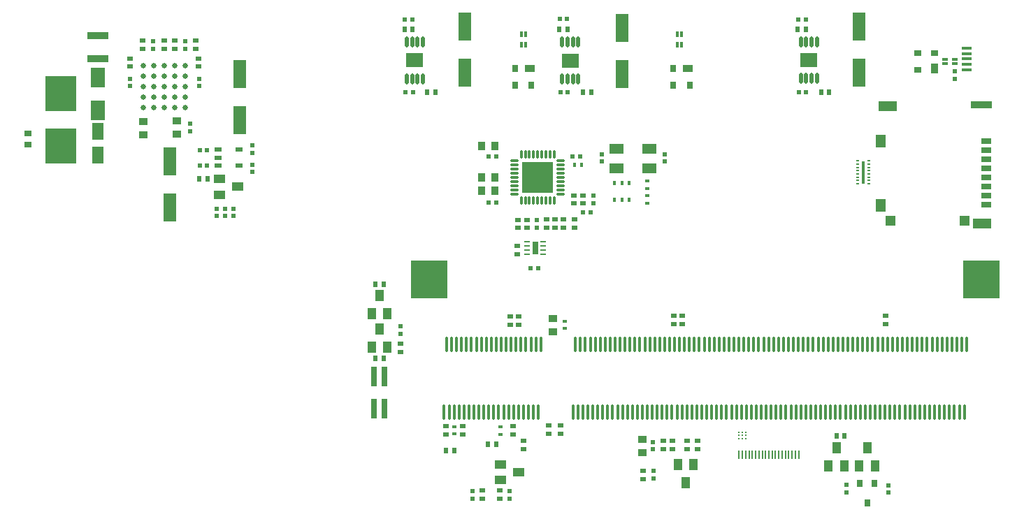
<source format=gtp>
G04*
G04 #@! TF.GenerationSoftware,Altium Limited,Altium NEXUS,2.0.15 (191)*
G04*
G04 Layer_Color=8421504*
%FSLAX25Y25*%
%MOIN*%
G70*
G01*
G75*
%ADD11R,0.02559X0.03740*%
%ADD12R,0.02441X0.02441*%
%ADD13R,0.02559X0.02165*%
%ADD14R,0.02362X0.01968*%
%ADD15R,0.03937X0.05512*%
%ADD16O,0.01378X0.07874*%
%ADD17R,0.06299X0.13780*%
%ADD18C,0.02500*%
%ADD19R,0.02953X0.09449*%
%ADD20R,0.05512X0.03937*%
%ADD21R,0.02165X0.01772*%
%ADD22R,0.01772X0.02165*%
%ADD23R,0.02165X0.02559*%
%ADD24R,0.07087X0.09449*%
%ADD25R,0.05709X0.08071*%
%ADD26R,0.03543X0.02756*%
%ADD27R,0.03937X0.03543*%
%ADD28R,0.07874X0.06693*%
%ADD29O,0.01772X0.05315*%
%ADD30R,0.02953X0.00984*%
%ADD31R,0.03071X0.05906*%
%ADD32R,0.14567X0.14567*%
%ADD33O,0.04528X0.01181*%
%ADD34O,0.01181X0.04528*%
%ADD35O,0.01968X0.00787*%
%ADD36R,0.01299X0.11024*%
%ADD37C,0.00984*%
%ADD38R,0.09843X0.03740*%
%ADD39R,0.08661X0.04528*%
%ADD40R,0.04528X0.05906*%
%ADD41R,0.04724X0.04567*%
%ADD42R,0.04921X0.04567*%
%ADD43R,0.04882X0.03150*%
%ADD44R,0.15000X0.16693*%
%ADD45R,0.03150X0.03543*%
%ADD46R,0.04724X0.03543*%
G04:AMPARAMS|DCode=47|XSize=21.65mil|YSize=31.5mil|CornerRadius=1.95mil|HoleSize=0mil|Usage=FLASHONLY|Rotation=90.000|XOffset=0mil|YOffset=0mil|HoleType=Round|Shape=RoundedRectangle|*
%AMROUNDEDRECTD47*
21,1,0.02165,0.02760,0,0,90.0*
21,1,0.01776,0.03150,0,0,90.0*
1,1,0.00390,0.01380,0.00888*
1,1,0.00390,0.01380,-0.00888*
1,1,0.00390,-0.01380,-0.00888*
1,1,0.00390,-0.01380,0.00888*
%
%ADD47ROUNDEDRECTD47*%
%ADD48R,0.10236X0.03740*%
%ADD49R,0.07087X0.04724*%
%ADD50R,0.00906X0.03937*%
%ADD51R,0.05118X0.01772*%
%ADD52R,0.02441X0.02441*%
%ADD53R,0.03543X0.03937*%
%ADD54R,0.03543X0.03150*%
%ADD55R,0.03543X0.04724*%
%ADD56R,0.01968X0.02362*%
%ADD57R,0.02756X0.01181*%
%ADD58R,0.01181X0.02756*%
%ADD59R,0.17717X0.18110*%
D11*
X441561Y6299D02*
D03*
X438017Y15551D02*
D03*
X445104D02*
D03*
D12*
X431627Y14713D02*
D03*
Y11169D02*
D03*
X451538Y14665D02*
D03*
Y11122D02*
D03*
X339518Y31751D02*
D03*
Y35294D02*
D03*
X339554Y21377D02*
D03*
Y17834D02*
D03*
X483464Y208551D02*
D03*
Y212094D02*
D03*
X315000Y172607D02*
D03*
Y169064D02*
D03*
X345098Y169064D02*
D03*
Y172607D02*
D03*
X284096Y137637D02*
D03*
Y141180D02*
D03*
X310998Y149323D02*
D03*
Y152866D02*
D03*
X118658Y187165D02*
D03*
Y183622D02*
D03*
X123075Y208625D02*
D03*
Y205082D02*
D03*
X90181Y208625D02*
D03*
Y205082D02*
D03*
X148281Y167586D02*
D03*
Y164042D02*
D03*
Y173337D02*
D03*
Y176881D02*
D03*
D13*
X257900Y12055D02*
D03*
Y8118D02*
D03*
X266350Y8117D02*
D03*
Y12054D02*
D03*
X219000Y82292D02*
D03*
Y78355D02*
D03*
X106354Y226804D02*
D03*
Y222867D02*
D03*
X344224Y35735D02*
D03*
Y31798D02*
D03*
X334690Y17665D02*
D03*
Y21602D02*
D03*
X240551Y38867D02*
D03*
Y42804D02*
D03*
X248551Y38867D02*
D03*
Y42804D02*
D03*
X272803Y42717D02*
D03*
Y38780D02*
D03*
X277657Y35873D02*
D03*
Y31936D02*
D03*
X275295Y91142D02*
D03*
Y95079D02*
D03*
X271358Y91142D02*
D03*
Y95079D02*
D03*
X295500Y43287D02*
D03*
Y39350D02*
D03*
X289663Y43287D02*
D03*
Y39350D02*
D03*
X348600Y35790D02*
D03*
Y31853D02*
D03*
X355673Y35735D02*
D03*
Y31798D02*
D03*
X353248Y91535D02*
D03*
Y95472D02*
D03*
X349311Y91535D02*
D03*
Y95472D02*
D03*
X360654Y35735D02*
D03*
Y31798D02*
D03*
X450492Y95473D02*
D03*
Y91536D02*
D03*
X302057Y141486D02*
D03*
Y137549D02*
D03*
X306108Y152967D02*
D03*
Y149030D02*
D03*
X301557Y153015D02*
D03*
Y149078D02*
D03*
X279523Y141352D02*
D03*
Y137415D02*
D03*
X274680Y124879D02*
D03*
Y128816D02*
D03*
X296752Y137549D02*
D03*
Y141486D02*
D03*
X292717Y141486D02*
D03*
Y137549D02*
D03*
X288780Y141486D02*
D03*
Y137549D02*
D03*
X275025Y141352D02*
D03*
Y137415D02*
D03*
X121219Y222757D02*
D03*
Y226694D02*
D03*
X96016Y222867D02*
D03*
Y226804D02*
D03*
X90181Y214413D02*
D03*
Y218350D02*
D03*
X122681Y214413D02*
D03*
Y218350D02*
D03*
X111370Y222757D02*
D03*
Y226694D02*
D03*
D14*
X139200Y143040D02*
D03*
Y146583D02*
D03*
X135363Y146582D02*
D03*
Y143039D02*
D03*
X131228Y146581D02*
D03*
Y143038D02*
D03*
X270933Y11858D02*
D03*
Y8315D02*
D03*
X253200Y8264D02*
D03*
Y11807D02*
D03*
X219000Y86986D02*
D03*
Y90529D02*
D03*
X116355Y222954D02*
D03*
Y226497D02*
D03*
X101000Y222954D02*
D03*
Y226497D02*
D03*
D15*
X423137Y23992D02*
D03*
X430617D02*
D03*
X426877Y32654D02*
D03*
X354987Y15992D02*
D03*
X351247Y24654D02*
D03*
X358727D02*
D03*
X441561Y32430D02*
D03*
X445301Y23769D02*
D03*
X437821D02*
D03*
X209000Y89250D02*
D03*
X212740Y80588D02*
D03*
X205260D02*
D03*
X209000Y105166D02*
D03*
X212740Y96505D02*
D03*
X205260D02*
D03*
D16*
X447736Y49469D02*
D03*
X450098D02*
D03*
X304823Y81752D02*
D03*
X302460D02*
D03*
X489075D02*
D03*
X486712D02*
D03*
X484350D02*
D03*
X481988D02*
D03*
X479626D02*
D03*
X477263D02*
D03*
X474901D02*
D03*
X472539D02*
D03*
X470177D02*
D03*
X467815D02*
D03*
X465452D02*
D03*
X463090D02*
D03*
X460728D02*
D03*
X458366D02*
D03*
X456004D02*
D03*
X453641D02*
D03*
X451279D02*
D03*
X448917D02*
D03*
X446555D02*
D03*
X444193D02*
D03*
X441830D02*
D03*
X439468D02*
D03*
X437106D02*
D03*
X434744D02*
D03*
X432382D02*
D03*
X430019D02*
D03*
X427657D02*
D03*
X425295D02*
D03*
X422933D02*
D03*
X420571D02*
D03*
X418208D02*
D03*
X415846D02*
D03*
X413484D02*
D03*
X411122D02*
D03*
X408760D02*
D03*
X406397D02*
D03*
X404035D02*
D03*
X401673D02*
D03*
X399311D02*
D03*
X396949D02*
D03*
X394586D02*
D03*
X392224D02*
D03*
X389862D02*
D03*
X387500D02*
D03*
X385138D02*
D03*
X382775D02*
D03*
X380413D02*
D03*
X378051D02*
D03*
X375689D02*
D03*
X373326D02*
D03*
X370964D02*
D03*
X368602D02*
D03*
X366240D02*
D03*
X363878D02*
D03*
X361515D02*
D03*
X359153D02*
D03*
X356791D02*
D03*
X354429D02*
D03*
X352067D02*
D03*
X349704D02*
D03*
X347342D02*
D03*
X344980D02*
D03*
X342618D02*
D03*
X340256D02*
D03*
X337893D02*
D03*
X335531D02*
D03*
X333169D02*
D03*
X330807D02*
D03*
X328445D02*
D03*
X326082D02*
D03*
X323720D02*
D03*
X321358D02*
D03*
X318996D02*
D03*
X316634D02*
D03*
X314271D02*
D03*
X311909D02*
D03*
X309547D02*
D03*
X307185D02*
D03*
X285925D02*
D03*
X283563D02*
D03*
X281201D02*
D03*
X278838D02*
D03*
X276476D02*
D03*
X274114D02*
D03*
X271752D02*
D03*
X269389D02*
D03*
X267027D02*
D03*
X264665D02*
D03*
X262303D02*
D03*
X259941D02*
D03*
X257578D02*
D03*
X255216D02*
D03*
X252854D02*
D03*
X250492D02*
D03*
X248130D02*
D03*
X245767D02*
D03*
X243405D02*
D03*
X241043D02*
D03*
X239862Y49469D02*
D03*
X242224D02*
D03*
X244586D02*
D03*
X246949D02*
D03*
X249311D02*
D03*
X251673D02*
D03*
X254035D02*
D03*
X256397D02*
D03*
X258760D02*
D03*
X261122D02*
D03*
X263484D02*
D03*
X265846D02*
D03*
X268208D02*
D03*
X270571D02*
D03*
X272933D02*
D03*
X275295D02*
D03*
X277657D02*
D03*
X280019D02*
D03*
X282382D02*
D03*
X284744D02*
D03*
X301279D02*
D03*
X303641D02*
D03*
X306004D02*
D03*
X308366D02*
D03*
X310728D02*
D03*
X313090D02*
D03*
X315452D02*
D03*
X317815D02*
D03*
X320177D02*
D03*
X322539D02*
D03*
X324901D02*
D03*
X327263D02*
D03*
X329626D02*
D03*
X331988D02*
D03*
X334350D02*
D03*
X336712D02*
D03*
X339075D02*
D03*
X341437D02*
D03*
X343799D02*
D03*
X346161D02*
D03*
X348523D02*
D03*
X350886D02*
D03*
X353248D02*
D03*
X355610D02*
D03*
X357972D02*
D03*
X360334D02*
D03*
X362697D02*
D03*
X365059D02*
D03*
X367421D02*
D03*
X369783D02*
D03*
X372145D02*
D03*
X374508D02*
D03*
X376870D02*
D03*
X379232D02*
D03*
X381594D02*
D03*
X383956D02*
D03*
X386319D02*
D03*
X388681D02*
D03*
X391043D02*
D03*
X393405D02*
D03*
X395767D02*
D03*
X398130D02*
D03*
X400492D02*
D03*
X402854D02*
D03*
X405216D02*
D03*
X407579D02*
D03*
X409941D02*
D03*
X412303D02*
D03*
X414665D02*
D03*
X417027D02*
D03*
X419389D02*
D03*
X421752D02*
D03*
X424114D02*
D03*
X426476D02*
D03*
X428838D02*
D03*
X431201D02*
D03*
X433563D02*
D03*
X435925D02*
D03*
X438287D02*
D03*
X440649D02*
D03*
X443012D02*
D03*
X445374D02*
D03*
X452460D02*
D03*
X454823D02*
D03*
X457185D02*
D03*
X459547D02*
D03*
X461909D02*
D03*
X464271D02*
D03*
X466634D02*
D03*
X468996D02*
D03*
X471358D02*
D03*
X473720D02*
D03*
X476082D02*
D03*
X478445D02*
D03*
X480807D02*
D03*
X483169D02*
D03*
X485531D02*
D03*
X487893D02*
D03*
D17*
X109000Y147299D02*
D03*
Y169346D02*
D03*
X437616Y211374D02*
D03*
Y233421D02*
D03*
X324539Y232921D02*
D03*
Y210874D02*
D03*
X249800Y233611D02*
D03*
Y211564D02*
D03*
X142345Y188874D02*
D03*
Y210921D02*
D03*
D18*
X116355Y214898D02*
D03*
Y209898D02*
D03*
Y204898D02*
D03*
Y199898D02*
D03*
Y194898D02*
D03*
X111354Y214898D02*
D03*
Y209898D02*
D03*
Y204898D02*
D03*
Y199898D02*
D03*
Y194898D02*
D03*
X106354Y214898D02*
D03*
Y209898D02*
D03*
Y204898D02*
D03*
Y199898D02*
D03*
Y194898D02*
D03*
X101355Y214898D02*
D03*
Y209898D02*
D03*
Y204898D02*
D03*
Y199898D02*
D03*
Y194898D02*
D03*
X96355Y214898D02*
D03*
Y209898D02*
D03*
Y204898D02*
D03*
Y199898D02*
D03*
Y194898D02*
D03*
D19*
X206500Y51158D02*
D03*
Y66513D02*
D03*
X211500Y51158D02*
D03*
Y66513D02*
D03*
D20*
X141412Y157051D02*
D03*
X132751Y153311D02*
D03*
Y160791D02*
D03*
X275322Y20936D02*
D03*
X266660Y17195D02*
D03*
Y24676D02*
D03*
D21*
X336759Y159866D02*
D03*
Y152820D02*
D03*
Y156323D02*
D03*
Y149277D02*
D03*
X244551Y39064D02*
D03*
Y42607D02*
D03*
X297347Y92913D02*
D03*
Y89370D02*
D03*
X266800Y38976D02*
D03*
Y42520D02*
D03*
D22*
X321099Y158835D02*
D03*
X328082Y150836D02*
D03*
X320996D02*
D03*
X324539D02*
D03*
X328185Y158835D02*
D03*
X324642D02*
D03*
X301969Y167470D02*
D03*
X305512D02*
D03*
D23*
X244551Y31184D02*
D03*
X240614D02*
D03*
X210968Y75136D02*
D03*
X207031D02*
D03*
X207031Y110602D02*
D03*
X210968D02*
D03*
X264800Y34302D02*
D03*
X260863D02*
D03*
X430814Y38320D02*
D03*
X426877D02*
D03*
X231647Y202162D02*
D03*
X235584D02*
D03*
X306063Y202213D02*
D03*
X310000D02*
D03*
X419543Y202302D02*
D03*
X423480D02*
D03*
X408519Y232347D02*
D03*
X412456D02*
D03*
X294805Y232313D02*
D03*
X298742D02*
D03*
X220872Y232323D02*
D03*
X224809D02*
D03*
X127050Y160853D02*
D03*
X123113D02*
D03*
D24*
X74689Y209230D02*
D03*
Y193482D02*
D03*
D25*
Y183446D02*
D03*
Y172225D02*
D03*
D26*
X41436Y177080D02*
D03*
Y182591D02*
D03*
D27*
X334268Y30339D02*
D03*
Y36638D02*
D03*
X96300Y188285D02*
D03*
Y181986D02*
D03*
X291622Y87992D02*
D03*
Y94291D02*
D03*
X112355Y188543D02*
D03*
Y182244D02*
D03*
D28*
X225840Y217372D02*
D03*
X413736Y217513D02*
D03*
X300000Y217323D02*
D03*
D29*
X229679Y226132D02*
D03*
X227120D02*
D03*
X224561D02*
D03*
X222002D02*
D03*
X229679Y208613D02*
D03*
X227120D02*
D03*
X224561D02*
D03*
X222002D02*
D03*
X417574Y226272D02*
D03*
X415015D02*
D03*
X412456D02*
D03*
X409897D02*
D03*
X417574Y208753D02*
D03*
X415015D02*
D03*
X412456D02*
D03*
X409897D02*
D03*
X303839Y226083D02*
D03*
X301280D02*
D03*
X298721D02*
D03*
X296162D02*
D03*
X303839Y208563D02*
D03*
X301280D02*
D03*
X298721D02*
D03*
X296162D02*
D03*
D30*
X287084Y124879D02*
D03*
Y126848D02*
D03*
Y128816D02*
D03*
Y130784D02*
D03*
X279486Y124879D02*
D03*
Y126848D02*
D03*
Y128816D02*
D03*
Y130784D02*
D03*
D31*
X283285Y127832D02*
D03*
D32*
X284449Y161565D02*
D03*
D33*
X295374Y169439D02*
D03*
Y167470D02*
D03*
Y165502D02*
D03*
Y163533D02*
D03*
Y161565D02*
D03*
Y155659D02*
D03*
Y153691D02*
D03*
X273524D02*
D03*
Y155659D02*
D03*
Y157628D02*
D03*
Y159596D02*
D03*
Y161565D02*
D03*
Y163533D02*
D03*
Y165502D02*
D03*
Y167470D02*
D03*
Y169439D02*
D03*
X295374Y159596D02*
D03*
Y157628D02*
D03*
D34*
X292323Y150639D02*
D03*
X290354D02*
D03*
X288386D02*
D03*
X286417D02*
D03*
X284449D02*
D03*
X282480D02*
D03*
X280512D02*
D03*
X278543D02*
D03*
X276575D02*
D03*
Y172490D02*
D03*
X278543D02*
D03*
X280512D02*
D03*
X282480D02*
D03*
X284449D02*
D03*
X286417D02*
D03*
X288386D02*
D03*
X290354D02*
D03*
X292323D02*
D03*
D35*
X437027Y169482D02*
D03*
Y167907D02*
D03*
Y166332D02*
D03*
Y164758D02*
D03*
Y163183D02*
D03*
Y161608D02*
D03*
Y160033D02*
D03*
Y158458D02*
D03*
X442342D02*
D03*
Y160033D02*
D03*
Y161608D02*
D03*
Y163183D02*
D03*
Y164758D02*
D03*
Y166332D02*
D03*
Y167907D02*
D03*
Y169482D02*
D03*
D36*
X439685Y163970D02*
D03*
D37*
X383679Y39936D02*
D03*
Y38361D02*
D03*
Y36786D02*
D03*
X382104Y39936D02*
D03*
Y38361D02*
D03*
Y36786D02*
D03*
X380529Y39936D02*
D03*
Y38361D02*
D03*
Y36786D02*
D03*
D38*
X495866Y196037D02*
D03*
D39*
X451260Y195643D02*
D03*
X496456Y139383D02*
D03*
D40*
X448130Y178695D02*
D03*
Y148065D02*
D03*
D41*
X452559Y140978D02*
D03*
D42*
X487992D02*
D03*
D43*
X498346Y148616D02*
D03*
Y152946D02*
D03*
Y157277D02*
D03*
Y161608D02*
D03*
Y165939D02*
D03*
Y170269D02*
D03*
Y174600D02*
D03*
Y178931D02*
D03*
D44*
X56920Y176523D02*
D03*
Y201602D02*
D03*
D45*
X281437Y205564D02*
D03*
X273563D02*
D03*
Y213438D02*
D03*
X356937Y205492D02*
D03*
X349063D02*
D03*
Y213366D02*
D03*
D46*
X280650Y213438D02*
D03*
X356150Y213366D02*
D03*
D47*
X142019Y174759D02*
D03*
Y167278D02*
D03*
X131980D02*
D03*
Y171019D02*
D03*
Y174759D02*
D03*
D48*
X74759Y229237D02*
D03*
Y218213D02*
D03*
D49*
X322088Y175269D02*
D03*
X337836D02*
D03*
Y165820D02*
D03*
X322088D02*
D03*
D50*
X408876Y29323D02*
D03*
X407301D02*
D03*
X405726D02*
D03*
X404151D02*
D03*
X399427D02*
D03*
X397852D02*
D03*
X396277D02*
D03*
X394702D02*
D03*
X389978D02*
D03*
X388403D02*
D03*
X386828D02*
D03*
X385254D02*
D03*
X383679D02*
D03*
X382104D02*
D03*
X380529D02*
D03*
X402576D02*
D03*
X401002D02*
D03*
X393127D02*
D03*
X391553D02*
D03*
D51*
X489093Y220682D02*
D03*
Y218123D02*
D03*
Y215564D02*
D03*
Y223241D02*
D03*
Y213005D02*
D03*
D52*
X412456Y202094D02*
D03*
X408913D02*
D03*
X298764Y202123D02*
D03*
X295221D02*
D03*
X260990Y149639D02*
D03*
X264533D02*
D03*
X225072Y202162D02*
D03*
X221529D02*
D03*
X261146Y171582D02*
D03*
X264690D02*
D03*
X304725Y171407D02*
D03*
X301181D02*
D03*
X284731Y118323D02*
D03*
X281188D02*
D03*
X126853Y174689D02*
D03*
X123310D02*
D03*
X123310Y167278D02*
D03*
X126853D02*
D03*
D53*
X257754Y155323D02*
D03*
X264054D02*
D03*
X257771Y161565D02*
D03*
X264070D02*
D03*
X257840Y176579D02*
D03*
X264139D02*
D03*
D54*
X465773Y212842D02*
D03*
Y220717D02*
D03*
X473647D02*
D03*
D55*
Y213630D02*
D03*
D56*
X412259Y236749D02*
D03*
X408716D02*
D03*
X298487Y237313D02*
D03*
X294944D02*
D03*
X224612Y236906D02*
D03*
X221069D02*
D03*
X309606Y144723D02*
D03*
X306063D02*
D03*
D57*
X478543Y217980D02*
D03*
X483464D02*
D03*
Y215815D02*
D03*
X478543D02*
D03*
D58*
X353083Y224862D02*
D03*
Y229784D02*
D03*
X350917D02*
D03*
Y224862D02*
D03*
X276575Y229713D02*
D03*
X278740D02*
D03*
Y224791D02*
D03*
X276575D02*
D03*
D59*
X232576Y112701D02*
D03*
X496075D02*
D03*
M02*

</source>
